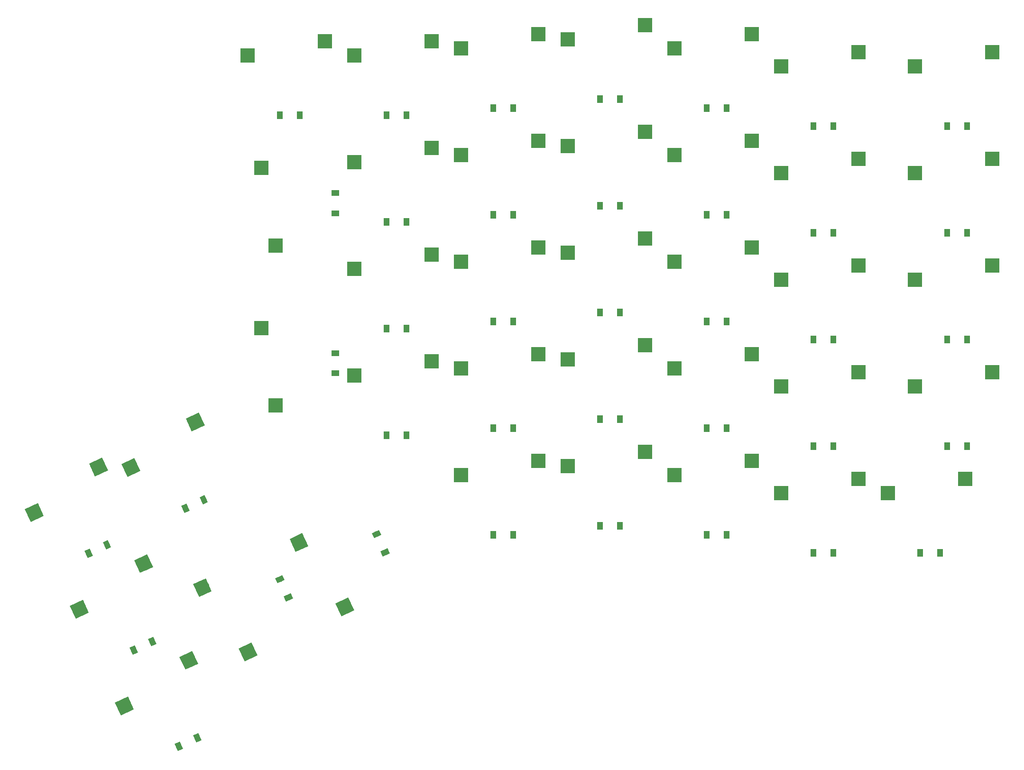
<source format=gbr>
G04 #@! TF.GenerationSoftware,KiCad,Pcbnew,(5.1.4)-1*
G04 #@! TF.CreationDate,2019-10-18T00:21:39+08:00*
G04 #@! TF.ProjectId,ErgoDoxTW,4572676f-446f-4785-9457-2e6b69636164,rev?*
G04 #@! TF.SameCoordinates,PX15feaa0PYb4cd8c0*
G04 #@! TF.FileFunction,Paste,Bot*
G04 #@! TF.FilePolarity,Positive*
%FSLAX46Y46*%
G04 Gerber Fmt 4.6, Leading zero omitted, Abs format (unit mm)*
G04 Created by KiCad (PCBNEW (5.1.4)-1) date 2019-10-18 00:21:39*
%MOMM*%
%LPD*%
G04 APERTURE LIST*
%ADD10R,1.000000X1.400000*%
%ADD11R,2.550000X2.500000*%
%ADD12C,1.000000*%
%ADD13C,0.150000*%
%ADD14C,2.500000*%
%ADD15R,1.400000X1.000000*%
%ADD16R,2.500000X2.550000*%
G04 APERTURE END LIST*
D10*
X66366993Y116534065D03*
X69966993Y116534065D03*
D11*
X60606993Y127202065D03*
X74456993Y129742065D03*
D12*
X21279130Y21102029D03*
D13*
G36*
X21121809Y20256304D02*
G01*
X20530143Y21525135D01*
X21436451Y21947754D01*
X22028117Y20678923D01*
X21121809Y20256304D01*
X21121809Y20256304D01*
G37*
D12*
X24541838Y22623455D03*
D13*
G36*
X24384517Y21777730D02*
G01*
X23792851Y23046561D01*
X24699159Y23469180D01*
X25290825Y22200349D01*
X24384517Y21777730D01*
X24384517Y21777730D01*
G37*
D14*
X11550306Y28336240D03*
D13*
G36*
X10923036Y26664517D02*
G01*
X9866491Y28930286D01*
X12177576Y30007963D01*
X13234121Y27742194D01*
X10923036Y26664517D01*
X10923036Y26664517D01*
G37*
D14*
X23029218Y36491524D03*
D13*
G36*
X22401948Y34819801D02*
G01*
X21345403Y37085570D01*
X23656488Y38163247D01*
X24713033Y35897478D01*
X22401948Y34819801D01*
X22401948Y34819801D01*
G37*
D10*
X166447006Y114628577D03*
X170047006Y114628577D03*
D11*
X160687006Y125296577D03*
X174537006Y127836577D03*
D10*
X142567208Y114629638D03*
X146167208Y114629638D03*
D11*
X136807208Y125297638D03*
X150657208Y127837638D03*
D10*
X123516852Y117806230D03*
X127116852Y117806230D03*
D11*
X117756852Y128474230D03*
X131606852Y131014230D03*
D10*
X104467661Y119404434D03*
X108067661Y119404434D03*
D11*
X98707661Y130072434D03*
X112557661Y132612434D03*
D10*
X85417043Y117806590D03*
X89017043Y117806590D03*
D11*
X79657043Y128474590D03*
X93507043Y131014590D03*
D10*
X47317133Y116534155D03*
X50917133Y116534155D03*
D11*
X41557133Y127202155D03*
X55407133Y129742155D03*
D10*
X166447371Y95582238D03*
X170047371Y95582238D03*
D11*
X160687371Y106250238D03*
X174537371Y108790238D03*
D10*
X142567089Y95581968D03*
X146167089Y95581968D03*
D11*
X136807089Y106249968D03*
X150657089Y108789968D03*
D10*
X123517576Y98756749D03*
X127117576Y98756749D03*
D11*
X117757576Y109424749D03*
X131607576Y111964749D03*
D10*
X104467480Y100354531D03*
X108067480Y100354531D03*
D11*
X98707480Y111022531D03*
X112557480Y113562531D03*
D10*
X85416865Y98756686D03*
X89016865Y98756686D03*
D11*
X79656865Y109424686D03*
X93506865Y111964686D03*
D10*
X66366708Y97486760D03*
X69966708Y97486760D03*
D11*
X60606708Y108154760D03*
X74456708Y110694760D03*
D15*
X57244848Y99051679D03*
X57244848Y102651679D03*
D16*
X46576848Y93291679D03*
X44036848Y107141679D03*
D10*
X166447613Y76531427D03*
X170047613Y76531427D03*
D11*
X160687613Y87199427D03*
X174537613Y89739427D03*
D10*
X142567330Y76531159D03*
X146167330Y76531159D03*
D11*
X136807330Y87199159D03*
X150657330Y89739159D03*
D10*
X123517398Y79706847D03*
X127117398Y79706847D03*
D11*
X117757398Y90374847D03*
X131607398Y92914847D03*
D10*
X104467301Y81304627D03*
X108067301Y81304627D03*
D11*
X98707301Y91972627D03*
X112557301Y94512627D03*
D10*
X85417108Y79705876D03*
X89017108Y79705876D03*
D11*
X79657108Y90373876D03*
X93507108Y92913876D03*
D10*
X66366949Y78435950D03*
X69966949Y78435950D03*
D11*
X60606949Y89103950D03*
X74456949Y91643950D03*
D10*
X166447435Y57481525D03*
X170047435Y57481525D03*
D11*
X160687435Y68149525D03*
X174537435Y70689525D03*
D10*
X142567152Y57481256D03*
X146167152Y57481256D03*
D11*
X136807152Y68149256D03*
X150657152Y70689256D03*
D10*
X123517640Y60656036D03*
X127117640Y60656036D03*
D11*
X117757640Y71324036D03*
X131607640Y73864036D03*
D10*
X104467121Y62254724D03*
X108067121Y62254724D03*
D11*
X98707121Y72922724D03*
X112557121Y75462724D03*
D10*
X85416928Y60655974D03*
X89016928Y60655974D03*
D11*
X79656928Y71323974D03*
X93506928Y73863974D03*
D10*
X66366771Y59386046D03*
X69966771Y59386046D03*
D11*
X60606771Y70054046D03*
X74456771Y72594046D03*
D15*
X57245093Y70477615D03*
X57245093Y74077615D03*
D16*
X46577093Y64717615D03*
X44037093Y78567615D03*
D10*
X161616876Y38431173D03*
X165216876Y38431173D03*
D11*
X155856876Y49099173D03*
X169706876Y51639173D03*
D10*
X142566973Y38431352D03*
X146166973Y38431352D03*
D11*
X136806973Y49099352D03*
X150656973Y51639352D03*
D10*
X123517462Y41606132D03*
X127117462Y41606132D03*
D11*
X117757462Y52274132D03*
X131607462Y54814132D03*
D10*
X104467365Y43203913D03*
X108067365Y43203913D03*
D11*
X98707365Y53871913D03*
X112557365Y56411913D03*
D10*
X85417654Y41606493D03*
X89017654Y41606493D03*
D11*
X79657654Y52274493D03*
X93507654Y54814493D03*
D12*
X29330944Y3835094D03*
D13*
G36*
X29173623Y2989369D02*
G01*
X28581957Y4258200D01*
X29488265Y4680819D01*
X30079931Y3411988D01*
X29173623Y2989369D01*
X29173623Y2989369D01*
G37*
D12*
X32593652Y5356520D03*
D13*
G36*
X32436331Y4510795D02*
G01*
X31844665Y5779626D01*
X32750973Y6202245D01*
X33342639Y4933414D01*
X32436331Y4510795D01*
X32436331Y4510795D01*
G37*
D14*
X19602120Y11069305D03*
D13*
G36*
X18974850Y9397582D02*
G01*
X17918305Y11663351D01*
X20229390Y12741028D01*
X21285935Y10475259D01*
X18974850Y9397582D01*
X18974850Y9397582D01*
G37*
D14*
X31081032Y19224589D03*
D13*
G36*
X30453762Y17552866D02*
G01*
X29397217Y19818635D01*
X31708302Y20896312D01*
X32764847Y18630543D01*
X30453762Y17552866D01*
X30453762Y17552866D01*
G37*
D12*
X48892986Y30448874D03*
D13*
G36*
X49738711Y30291553D02*
G01*
X48469880Y29699887D01*
X48047261Y30606195D01*
X49316092Y31197861D01*
X49738711Y30291553D01*
X49738711Y30291553D01*
G37*
D12*
X47371560Y33711582D03*
D13*
G36*
X48217285Y33554261D02*
G01*
X46948454Y32962595D01*
X46525835Y33868903D01*
X47794666Y34460569D01*
X48217285Y33554261D01*
X48217285Y33554261D01*
G37*
D14*
X41658775Y20720050D03*
D13*
G36*
X43330498Y20092780D02*
G01*
X41064729Y19036235D01*
X39987052Y21347320D01*
X42252821Y22403865D01*
X43330498Y20092780D01*
X43330498Y20092780D01*
G37*
D14*
X33503491Y32198962D03*
D13*
G36*
X35175214Y31571692D02*
G01*
X32909445Y30515147D01*
X31831768Y32826232D01*
X34097537Y33882777D01*
X35175214Y31571692D01*
X35175214Y31571692D01*
G37*
D12*
X66157031Y38501439D03*
D13*
G36*
X67002756Y38344118D02*
G01*
X65733925Y37752452D01*
X65311306Y38658760D01*
X66580137Y39250426D01*
X67002756Y38344118D01*
X67002756Y38344118D01*
G37*
D12*
X64635605Y41764147D03*
D13*
G36*
X65481330Y41606826D02*
G01*
X64212499Y41015160D01*
X63789880Y41921468D01*
X65058711Y42513134D01*
X65481330Y41606826D01*
X65481330Y41606826D01*
G37*
D14*
X58922820Y28772615D03*
D13*
G36*
X60594543Y28145345D02*
G01*
X58328774Y27088800D01*
X57251097Y29399885D01*
X59516866Y30456430D01*
X60594543Y28145345D01*
X60594543Y28145345D01*
G37*
D14*
X50767536Y40251527D03*
D13*
G36*
X52439259Y39624257D02*
G01*
X50173490Y38567712D01*
X49095813Y40878797D01*
X51361582Y41935342D01*
X52439259Y39624257D01*
X52439259Y39624257D01*
G37*
D12*
X30494169Y46416214D03*
D13*
G36*
X30336848Y45570489D02*
G01*
X29745182Y46839320D01*
X30651490Y47261939D01*
X31243156Y45993108D01*
X30336848Y45570489D01*
X30336848Y45570489D01*
G37*
D12*
X33756877Y47937640D03*
D13*
G36*
X33599556Y47091915D02*
G01*
X33007890Y48360746D01*
X33914198Y48783365D01*
X34505864Y47514534D01*
X33599556Y47091915D01*
X33599556Y47091915D01*
G37*
D14*
X20765345Y53650425D03*
D13*
G36*
X20138075Y51978702D02*
G01*
X19081530Y54244471D01*
X21392615Y55322148D01*
X22449160Y53056379D01*
X20138075Y51978702D01*
X20138075Y51978702D01*
G37*
D14*
X32244257Y61805709D03*
D13*
G36*
X31616987Y60133986D02*
G01*
X30560442Y62399755D01*
X32871527Y63477432D01*
X33928072Y61211663D01*
X31616987Y60133986D01*
X31616987Y60133986D01*
G37*
D12*
X13229913Y38365760D03*
D13*
G36*
X13072592Y37520035D02*
G01*
X12480926Y38788866D01*
X13387234Y39211485D01*
X13978900Y37942654D01*
X13072592Y37520035D01*
X13072592Y37520035D01*
G37*
D12*
X16492621Y39887186D03*
D13*
G36*
X16335300Y39041461D02*
G01*
X15743634Y40310292D01*
X16649942Y40732911D01*
X17241608Y39464080D01*
X16335300Y39041461D01*
X16335300Y39041461D01*
G37*
D14*
X3501089Y45599971D03*
D13*
G36*
X2873819Y43928248D02*
G01*
X1817274Y46194017D01*
X4128359Y47271694D01*
X5184904Y45005925D01*
X2873819Y43928248D01*
X2873819Y43928248D01*
G37*
D14*
X14980001Y53755255D03*
D13*
G36*
X14352731Y52083532D02*
G01*
X13296186Y54349301D01*
X15607271Y55426978D01*
X16663816Y53161209D01*
X14352731Y52083532D01*
X14352731Y52083532D01*
G37*
M02*

</source>
